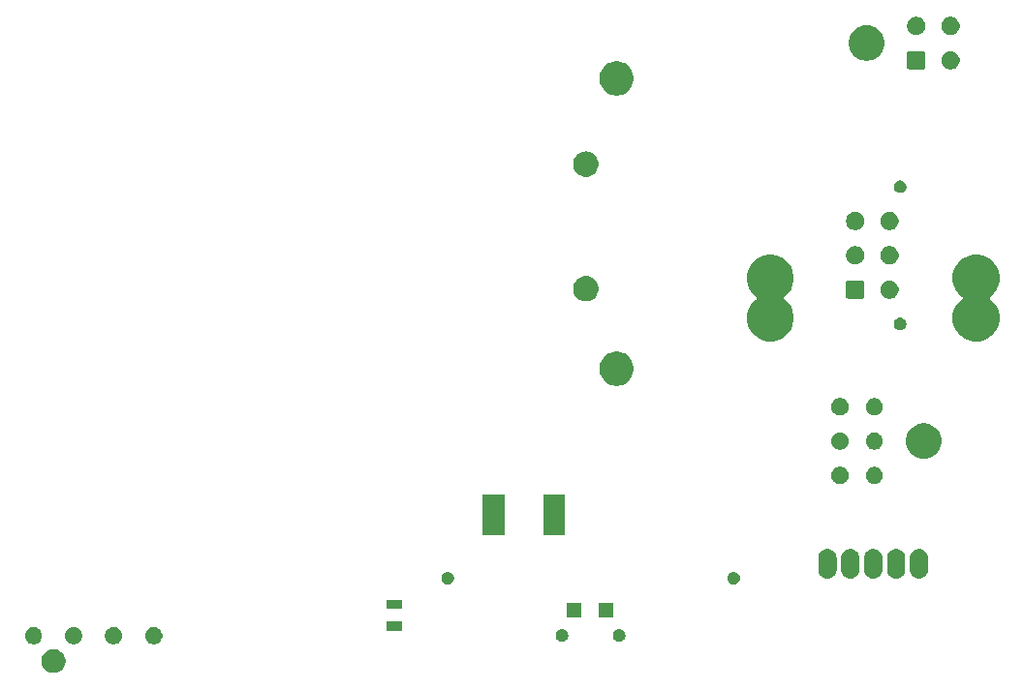
<source format=gts>
G04 #@! TF.GenerationSoftware,KiCad,Pcbnew,5.1.4-e60b266~84~ubuntu18.04.1*
G04 #@! TF.CreationDate,2020-01-06T17:57:10-05:00*
G04 #@! TF.ProjectId,AIR_MINUS,4149525f-4d49-44e5-9553-2e6b69636164,rev?*
G04 #@! TF.SameCoordinates,Original*
G04 #@! TF.FileFunction,Soldermask,Top*
G04 #@! TF.FilePolarity,Negative*
%FSLAX46Y46*%
G04 Gerber Fmt 4.6, Leading zero omitted, Abs format (unit mm)*
G04 Created by KiCad (PCBNEW 5.1.4-e60b266~84~ubuntu18.04.1) date 2020-01-06 17:57:10*
%MOMM*%
%LPD*%
G04 APERTURE LIST*
%ADD10C,0.100000*%
G04 APERTURE END LIST*
D10*
G36*
X68025393Y-177047324D02*
G01*
X68214933Y-177125834D01*
X68214935Y-177125835D01*
X68385517Y-177239814D01*
X68530586Y-177384883D01*
X68644566Y-177555467D01*
X68723076Y-177745007D01*
X68763100Y-177946220D01*
X68763100Y-178151380D01*
X68723076Y-178352593D01*
X68644566Y-178542133D01*
X68644565Y-178542135D01*
X68530586Y-178712717D01*
X68385517Y-178857786D01*
X68214935Y-178971765D01*
X68214934Y-178971766D01*
X68214933Y-178971766D01*
X68025393Y-179050276D01*
X67824180Y-179090300D01*
X67619020Y-179090300D01*
X67417807Y-179050276D01*
X67228267Y-178971766D01*
X67228266Y-178971766D01*
X67228265Y-178971765D01*
X67057683Y-178857786D01*
X66912614Y-178712717D01*
X66798635Y-178542135D01*
X66798634Y-178542133D01*
X66720124Y-178352593D01*
X66680100Y-178151380D01*
X66680100Y-177946220D01*
X66720124Y-177745007D01*
X66798634Y-177555467D01*
X66912614Y-177384883D01*
X67057683Y-177239814D01*
X67228265Y-177125835D01*
X67228267Y-177125834D01*
X67417807Y-177047324D01*
X67619020Y-177007300D01*
X67824180Y-177007300D01*
X68025393Y-177047324D01*
X68025393Y-177047324D01*
G37*
G36*
X76566025Y-175073399D02*
G01*
X76690221Y-175098102D01*
X76826622Y-175154601D01*
X76949379Y-175236625D01*
X77053775Y-175341021D01*
X77135799Y-175463778D01*
X77192298Y-175600179D01*
X77221100Y-175744981D01*
X77221100Y-175892619D01*
X77192298Y-176037421D01*
X77135799Y-176173822D01*
X77053775Y-176296579D01*
X76949379Y-176400975D01*
X76826622Y-176482999D01*
X76690221Y-176539498D01*
X76566025Y-176564201D01*
X76545420Y-176568300D01*
X76397780Y-176568300D01*
X76377175Y-176564201D01*
X76252979Y-176539498D01*
X76116578Y-176482999D01*
X75993821Y-176400975D01*
X75889425Y-176296579D01*
X75807401Y-176173822D01*
X75750902Y-176037421D01*
X75722100Y-175892619D01*
X75722100Y-175744981D01*
X75750902Y-175600179D01*
X75807401Y-175463778D01*
X75889425Y-175341021D01*
X75993821Y-175236625D01*
X76116578Y-175154601D01*
X76252979Y-175098102D01*
X76377175Y-175073399D01*
X76397780Y-175069300D01*
X76545420Y-175069300D01*
X76566025Y-175073399D01*
X76566025Y-175073399D01*
G37*
G36*
X69566025Y-175073399D02*
G01*
X69690221Y-175098102D01*
X69826622Y-175154601D01*
X69949379Y-175236625D01*
X70053775Y-175341021D01*
X70135799Y-175463778D01*
X70192298Y-175600179D01*
X70221100Y-175744981D01*
X70221100Y-175892619D01*
X70192298Y-176037421D01*
X70135799Y-176173822D01*
X70053775Y-176296579D01*
X69949379Y-176400975D01*
X69826622Y-176482999D01*
X69690221Y-176539498D01*
X69566025Y-176564201D01*
X69545420Y-176568300D01*
X69397780Y-176568300D01*
X69377175Y-176564201D01*
X69252979Y-176539498D01*
X69116578Y-176482999D01*
X68993821Y-176400975D01*
X68889425Y-176296579D01*
X68807401Y-176173822D01*
X68750902Y-176037421D01*
X68722100Y-175892619D01*
X68722100Y-175744981D01*
X68750902Y-175600179D01*
X68807401Y-175463778D01*
X68889425Y-175341021D01*
X68993821Y-175236625D01*
X69116578Y-175154601D01*
X69252979Y-175098102D01*
X69377175Y-175073399D01*
X69397780Y-175069300D01*
X69545420Y-175069300D01*
X69566025Y-175073399D01*
X69566025Y-175073399D01*
G37*
G36*
X73066025Y-175073399D02*
G01*
X73190221Y-175098102D01*
X73326622Y-175154601D01*
X73449379Y-175236625D01*
X73553775Y-175341021D01*
X73635799Y-175463778D01*
X73692298Y-175600179D01*
X73721100Y-175744981D01*
X73721100Y-175892619D01*
X73692298Y-176037421D01*
X73635799Y-176173822D01*
X73553775Y-176296579D01*
X73449379Y-176400975D01*
X73326622Y-176482999D01*
X73190221Y-176539498D01*
X73066025Y-176564201D01*
X73045420Y-176568300D01*
X72897780Y-176568300D01*
X72877175Y-176564201D01*
X72752979Y-176539498D01*
X72616578Y-176482999D01*
X72493821Y-176400975D01*
X72389425Y-176296579D01*
X72307401Y-176173822D01*
X72250902Y-176037421D01*
X72222100Y-175892619D01*
X72222100Y-175744981D01*
X72250902Y-175600179D01*
X72307401Y-175463778D01*
X72389425Y-175341021D01*
X72493821Y-175236625D01*
X72616578Y-175154601D01*
X72752979Y-175098102D01*
X72877175Y-175073399D01*
X72897780Y-175069300D01*
X73045420Y-175069300D01*
X73066025Y-175073399D01*
X73066025Y-175073399D01*
G37*
G36*
X66066025Y-175073399D02*
G01*
X66190221Y-175098102D01*
X66326622Y-175154601D01*
X66449379Y-175236625D01*
X66553775Y-175341021D01*
X66635799Y-175463778D01*
X66692298Y-175600179D01*
X66721100Y-175744981D01*
X66721100Y-175892619D01*
X66692298Y-176037421D01*
X66635799Y-176173822D01*
X66553775Y-176296579D01*
X66449379Y-176400975D01*
X66326622Y-176482999D01*
X66190221Y-176539498D01*
X66066025Y-176564201D01*
X66045420Y-176568300D01*
X65897780Y-176568300D01*
X65877175Y-176564201D01*
X65752979Y-176539498D01*
X65616578Y-176482999D01*
X65493821Y-176400975D01*
X65389425Y-176296579D01*
X65307401Y-176173822D01*
X65250902Y-176037421D01*
X65222100Y-175892619D01*
X65222100Y-175744981D01*
X65250902Y-175600179D01*
X65307401Y-175463778D01*
X65389425Y-175341021D01*
X65493821Y-175236625D01*
X65616578Y-175154601D01*
X65752979Y-175098102D01*
X65877175Y-175073399D01*
X65897780Y-175069300D01*
X66045420Y-175069300D01*
X66066025Y-175073399D01*
X66066025Y-175073399D01*
G37*
G36*
X117319521Y-175259774D02*
G01*
X117419795Y-175301309D01*
X117419796Y-175301310D01*
X117510042Y-175361610D01*
X117586790Y-175438358D01*
X117586791Y-175438360D01*
X117647091Y-175528605D01*
X117688626Y-175628879D01*
X117709800Y-175735330D01*
X117709800Y-175843870D01*
X117688626Y-175950321D01*
X117647091Y-176050595D01*
X117647090Y-176050596D01*
X117586790Y-176140842D01*
X117510042Y-176217590D01*
X117464612Y-176247945D01*
X117419795Y-176277891D01*
X117319521Y-176319426D01*
X117213070Y-176340600D01*
X117104530Y-176340600D01*
X116998079Y-176319426D01*
X116897805Y-176277891D01*
X116852988Y-176247945D01*
X116807558Y-176217590D01*
X116730810Y-176140842D01*
X116670510Y-176050596D01*
X116670509Y-176050595D01*
X116628974Y-175950321D01*
X116607800Y-175843870D01*
X116607800Y-175735330D01*
X116628974Y-175628879D01*
X116670509Y-175528605D01*
X116730809Y-175438360D01*
X116730810Y-175438358D01*
X116807558Y-175361610D01*
X116897804Y-175301310D01*
X116897805Y-175301309D01*
X116998079Y-175259774D01*
X117104530Y-175238600D01*
X117213070Y-175238600D01*
X117319521Y-175259774D01*
X117319521Y-175259774D01*
G37*
G36*
X112319521Y-175259774D02*
G01*
X112419795Y-175301309D01*
X112419796Y-175301310D01*
X112510042Y-175361610D01*
X112586790Y-175438358D01*
X112586791Y-175438360D01*
X112647091Y-175528605D01*
X112688626Y-175628879D01*
X112709800Y-175735330D01*
X112709800Y-175843870D01*
X112688626Y-175950321D01*
X112647091Y-176050595D01*
X112647090Y-176050596D01*
X112586790Y-176140842D01*
X112510042Y-176217590D01*
X112464612Y-176247945D01*
X112419795Y-176277891D01*
X112319521Y-176319426D01*
X112213070Y-176340600D01*
X112104530Y-176340600D01*
X111998079Y-176319426D01*
X111897805Y-176277891D01*
X111852988Y-176247945D01*
X111807558Y-176217590D01*
X111730810Y-176140842D01*
X111670510Y-176050596D01*
X111670509Y-176050595D01*
X111628974Y-175950321D01*
X111607800Y-175843870D01*
X111607800Y-175735330D01*
X111628974Y-175628879D01*
X111670509Y-175528605D01*
X111730809Y-175438360D01*
X111730810Y-175438358D01*
X111807558Y-175361610D01*
X111897804Y-175301310D01*
X111897805Y-175301309D01*
X111998079Y-175259774D01*
X112104530Y-175238600D01*
X112213070Y-175238600D01*
X112319521Y-175259774D01*
X112319521Y-175259774D01*
G37*
G36*
X98186200Y-175376600D02*
G01*
X96784200Y-175376600D01*
X96784200Y-174574600D01*
X98186200Y-174574600D01*
X98186200Y-175376600D01*
X98186200Y-175376600D01*
G37*
G36*
X116655800Y-174234600D02*
G01*
X115353800Y-174234600D01*
X115353800Y-172932600D01*
X116655800Y-172932600D01*
X116655800Y-174234600D01*
X116655800Y-174234600D01*
G37*
G36*
X113855800Y-174234600D02*
G01*
X112553800Y-174234600D01*
X112553800Y-172932600D01*
X113855800Y-172932600D01*
X113855800Y-174234600D01*
X113855800Y-174234600D01*
G37*
G36*
X98186200Y-173476600D02*
G01*
X96784200Y-173476600D01*
X96784200Y-172674600D01*
X98186200Y-172674600D01*
X98186200Y-173476600D01*
X98186200Y-173476600D01*
G37*
G36*
X102319521Y-170259774D02*
G01*
X102419795Y-170301309D01*
X102419796Y-170301310D01*
X102510042Y-170361610D01*
X102586790Y-170438358D01*
X102586791Y-170438360D01*
X102647091Y-170528605D01*
X102688626Y-170628879D01*
X102709800Y-170735330D01*
X102709800Y-170843870D01*
X102688626Y-170950321D01*
X102647091Y-171050595D01*
X102647090Y-171050596D01*
X102586790Y-171140842D01*
X102510042Y-171217590D01*
X102464612Y-171247945D01*
X102419795Y-171277891D01*
X102319521Y-171319426D01*
X102213070Y-171340600D01*
X102104530Y-171340600D01*
X101998079Y-171319426D01*
X101897805Y-171277891D01*
X101852988Y-171247945D01*
X101807558Y-171217590D01*
X101730810Y-171140842D01*
X101670510Y-171050596D01*
X101670509Y-171050595D01*
X101628974Y-170950321D01*
X101607800Y-170843870D01*
X101607800Y-170735330D01*
X101628974Y-170628879D01*
X101670509Y-170528605D01*
X101730809Y-170438360D01*
X101730810Y-170438358D01*
X101807558Y-170361610D01*
X101897804Y-170301310D01*
X101897805Y-170301309D01*
X101998079Y-170259774D01*
X102104530Y-170238600D01*
X102213070Y-170238600D01*
X102319521Y-170259774D01*
X102319521Y-170259774D01*
G37*
G36*
X127319521Y-170259774D02*
G01*
X127419795Y-170301309D01*
X127419796Y-170301310D01*
X127510042Y-170361610D01*
X127586790Y-170438358D01*
X127586791Y-170438360D01*
X127647091Y-170528605D01*
X127688626Y-170628879D01*
X127709800Y-170735330D01*
X127709800Y-170843870D01*
X127688626Y-170950321D01*
X127647091Y-171050595D01*
X127647090Y-171050596D01*
X127586790Y-171140842D01*
X127510042Y-171217590D01*
X127464612Y-171247945D01*
X127419795Y-171277891D01*
X127319521Y-171319426D01*
X127213070Y-171340600D01*
X127104530Y-171340600D01*
X126998079Y-171319426D01*
X126897805Y-171277891D01*
X126852988Y-171247945D01*
X126807558Y-171217590D01*
X126730810Y-171140842D01*
X126670510Y-171050596D01*
X126670509Y-171050595D01*
X126628974Y-170950321D01*
X126607800Y-170843870D01*
X126607800Y-170735330D01*
X126628974Y-170628879D01*
X126670509Y-170528605D01*
X126730809Y-170438360D01*
X126730810Y-170438358D01*
X126807558Y-170361610D01*
X126897804Y-170301310D01*
X126897805Y-170301309D01*
X126998079Y-170259774D01*
X127104530Y-170238600D01*
X127213070Y-170238600D01*
X127319521Y-170259774D01*
X127319521Y-170259774D01*
G37*
G36*
X143509823Y-168236590D02*
G01*
X143610482Y-168267125D01*
X143660813Y-168282392D01*
X143799965Y-168356771D01*
X143921933Y-168456867D01*
X144022029Y-168578835D01*
X144096408Y-168717987D01*
X144096408Y-168717988D01*
X144142210Y-168868977D01*
X144153800Y-168986655D01*
X144153800Y-170065345D01*
X144142210Y-170183023D01*
X144111675Y-170283682D01*
X144096408Y-170334013D01*
X144081657Y-170361609D01*
X144022029Y-170473165D01*
X143921933Y-170595133D01*
X143799964Y-170695229D01*
X143660812Y-170769608D01*
X143610481Y-170784875D01*
X143509822Y-170815410D01*
X143352800Y-170830875D01*
X143195777Y-170815410D01*
X143095118Y-170784875D01*
X143044787Y-170769608D01*
X142905635Y-170695229D01*
X142783667Y-170595133D01*
X142683571Y-170473164D01*
X142609193Y-170334013D01*
X142609192Y-170334012D01*
X142586673Y-170259775D01*
X142563390Y-170183022D01*
X142551800Y-170065344D01*
X142551801Y-168986655D01*
X142563391Y-168868977D01*
X142609193Y-168717988D01*
X142609193Y-168717987D01*
X142683572Y-168578835D01*
X142783668Y-168456867D01*
X142905636Y-168356771D01*
X143044788Y-168282392D01*
X143095119Y-168267125D01*
X143195778Y-168236590D01*
X143352800Y-168221125D01*
X143509823Y-168236590D01*
X143509823Y-168236590D01*
G37*
G36*
X135509823Y-168236590D02*
G01*
X135610482Y-168267125D01*
X135660813Y-168282392D01*
X135799965Y-168356771D01*
X135921933Y-168456867D01*
X136022029Y-168578835D01*
X136096408Y-168717987D01*
X136096408Y-168717988D01*
X136142210Y-168868977D01*
X136153800Y-168986655D01*
X136153800Y-170065345D01*
X136142210Y-170183023D01*
X136111675Y-170283682D01*
X136096408Y-170334013D01*
X136081657Y-170361609D01*
X136022029Y-170473165D01*
X135921933Y-170595133D01*
X135799964Y-170695229D01*
X135660812Y-170769608D01*
X135610481Y-170784875D01*
X135509822Y-170815410D01*
X135352800Y-170830875D01*
X135195777Y-170815410D01*
X135095118Y-170784875D01*
X135044787Y-170769608D01*
X134905635Y-170695229D01*
X134783667Y-170595133D01*
X134683571Y-170473164D01*
X134609193Y-170334013D01*
X134609192Y-170334012D01*
X134586673Y-170259775D01*
X134563390Y-170183022D01*
X134551800Y-170065344D01*
X134551801Y-168986655D01*
X134563391Y-168868977D01*
X134609193Y-168717988D01*
X134609193Y-168717987D01*
X134683572Y-168578835D01*
X134783668Y-168456867D01*
X134905636Y-168356771D01*
X135044788Y-168282392D01*
X135095119Y-168267125D01*
X135195778Y-168236590D01*
X135352800Y-168221125D01*
X135509823Y-168236590D01*
X135509823Y-168236590D01*
G37*
G36*
X137509823Y-168236590D02*
G01*
X137610482Y-168267125D01*
X137660813Y-168282392D01*
X137799965Y-168356771D01*
X137921933Y-168456867D01*
X138022029Y-168578835D01*
X138096408Y-168717987D01*
X138096408Y-168717988D01*
X138142210Y-168868977D01*
X138153800Y-168986655D01*
X138153800Y-170065345D01*
X138142210Y-170183023D01*
X138111675Y-170283682D01*
X138096408Y-170334013D01*
X138081657Y-170361609D01*
X138022029Y-170473165D01*
X137921933Y-170595133D01*
X137799964Y-170695229D01*
X137660812Y-170769608D01*
X137610481Y-170784875D01*
X137509822Y-170815410D01*
X137352800Y-170830875D01*
X137195777Y-170815410D01*
X137095118Y-170784875D01*
X137044787Y-170769608D01*
X136905635Y-170695229D01*
X136783667Y-170595133D01*
X136683571Y-170473164D01*
X136609193Y-170334013D01*
X136609192Y-170334012D01*
X136586673Y-170259775D01*
X136563390Y-170183022D01*
X136551800Y-170065344D01*
X136551801Y-168986655D01*
X136563391Y-168868977D01*
X136609193Y-168717988D01*
X136609193Y-168717987D01*
X136683572Y-168578835D01*
X136783668Y-168456867D01*
X136905636Y-168356771D01*
X137044788Y-168282392D01*
X137095119Y-168267125D01*
X137195778Y-168236590D01*
X137352800Y-168221125D01*
X137509823Y-168236590D01*
X137509823Y-168236590D01*
G37*
G36*
X139509823Y-168236590D02*
G01*
X139610482Y-168267125D01*
X139660813Y-168282392D01*
X139799965Y-168356771D01*
X139921933Y-168456867D01*
X140022029Y-168578835D01*
X140096408Y-168717987D01*
X140096408Y-168717988D01*
X140142210Y-168868977D01*
X140153800Y-168986655D01*
X140153800Y-170065345D01*
X140142210Y-170183023D01*
X140111675Y-170283682D01*
X140096408Y-170334013D01*
X140081657Y-170361609D01*
X140022029Y-170473165D01*
X139921933Y-170595133D01*
X139799964Y-170695229D01*
X139660812Y-170769608D01*
X139610481Y-170784875D01*
X139509822Y-170815410D01*
X139352800Y-170830875D01*
X139195777Y-170815410D01*
X139095118Y-170784875D01*
X139044787Y-170769608D01*
X138905635Y-170695229D01*
X138783667Y-170595133D01*
X138683571Y-170473164D01*
X138609193Y-170334013D01*
X138609192Y-170334012D01*
X138586673Y-170259775D01*
X138563390Y-170183022D01*
X138551800Y-170065344D01*
X138551801Y-168986655D01*
X138563391Y-168868977D01*
X138609193Y-168717988D01*
X138609193Y-168717987D01*
X138683572Y-168578835D01*
X138783668Y-168456867D01*
X138905636Y-168356771D01*
X139044788Y-168282392D01*
X139095119Y-168267125D01*
X139195778Y-168236590D01*
X139352800Y-168221125D01*
X139509823Y-168236590D01*
X139509823Y-168236590D01*
G37*
G36*
X141509823Y-168236590D02*
G01*
X141610482Y-168267125D01*
X141660813Y-168282392D01*
X141799965Y-168356771D01*
X141921933Y-168456867D01*
X142022029Y-168578835D01*
X142096408Y-168717987D01*
X142096408Y-168717988D01*
X142142210Y-168868977D01*
X142153800Y-168986655D01*
X142153800Y-170065345D01*
X142142210Y-170183023D01*
X142111675Y-170283682D01*
X142096408Y-170334013D01*
X142081657Y-170361609D01*
X142022029Y-170473165D01*
X141921933Y-170595133D01*
X141799964Y-170695229D01*
X141660812Y-170769608D01*
X141610481Y-170784875D01*
X141509822Y-170815410D01*
X141352800Y-170830875D01*
X141195777Y-170815410D01*
X141095118Y-170784875D01*
X141044787Y-170769608D01*
X140905635Y-170695229D01*
X140783667Y-170595133D01*
X140683571Y-170473164D01*
X140609193Y-170334013D01*
X140609192Y-170334012D01*
X140586673Y-170259775D01*
X140563390Y-170183022D01*
X140551800Y-170065344D01*
X140551801Y-168986655D01*
X140563391Y-168868977D01*
X140609193Y-168717988D01*
X140609193Y-168717987D01*
X140683572Y-168578835D01*
X140783668Y-168456867D01*
X140905636Y-168356771D01*
X141044788Y-168282392D01*
X141095119Y-168267125D01*
X141195778Y-168236590D01*
X141352800Y-168221125D01*
X141509823Y-168236590D01*
X141509823Y-168236590D01*
G37*
G36*
X107113000Y-167053400D02*
G01*
X105231000Y-167053400D01*
X105231000Y-163451400D01*
X107113000Y-163451400D01*
X107113000Y-167053400D01*
X107113000Y-167053400D01*
G37*
G36*
X112393000Y-167053400D02*
G01*
X110511000Y-167053400D01*
X110511000Y-163451400D01*
X112393000Y-163451400D01*
X112393000Y-167053400D01*
X112393000Y-167053400D01*
G37*
G36*
X139663059Y-161078660D02*
G01*
X139799732Y-161135272D01*
X139922735Y-161217460D01*
X140027340Y-161322065D01*
X140109528Y-161445068D01*
X140166140Y-161581741D01*
X140195000Y-161726833D01*
X140195000Y-161874767D01*
X140166140Y-162019859D01*
X140109528Y-162156532D01*
X140027340Y-162279535D01*
X139922735Y-162384140D01*
X139799732Y-162466328D01*
X139799731Y-162466329D01*
X139799730Y-162466329D01*
X139663059Y-162522940D01*
X139517968Y-162551800D01*
X139370032Y-162551800D01*
X139224941Y-162522940D01*
X139088270Y-162466329D01*
X139088269Y-162466329D01*
X139088268Y-162466328D01*
X138965265Y-162384140D01*
X138860660Y-162279535D01*
X138778472Y-162156532D01*
X138721860Y-162019859D01*
X138693000Y-161874767D01*
X138693000Y-161726833D01*
X138721860Y-161581741D01*
X138778472Y-161445068D01*
X138860660Y-161322065D01*
X138965265Y-161217460D01*
X139088268Y-161135272D01*
X139224941Y-161078660D01*
X139370032Y-161049800D01*
X139517968Y-161049800D01*
X139663059Y-161078660D01*
X139663059Y-161078660D01*
G37*
G36*
X136663059Y-161078660D02*
G01*
X136799732Y-161135272D01*
X136922735Y-161217460D01*
X137027340Y-161322065D01*
X137109528Y-161445068D01*
X137166140Y-161581741D01*
X137195000Y-161726833D01*
X137195000Y-161874767D01*
X137166140Y-162019859D01*
X137109528Y-162156532D01*
X137027340Y-162279535D01*
X136922735Y-162384140D01*
X136799732Y-162466328D01*
X136799731Y-162466329D01*
X136799730Y-162466329D01*
X136663059Y-162522940D01*
X136517968Y-162551800D01*
X136370032Y-162551800D01*
X136224941Y-162522940D01*
X136088270Y-162466329D01*
X136088269Y-162466329D01*
X136088268Y-162466328D01*
X135965265Y-162384140D01*
X135860660Y-162279535D01*
X135778472Y-162156532D01*
X135721860Y-162019859D01*
X135693000Y-161874767D01*
X135693000Y-161726833D01*
X135721860Y-161581741D01*
X135778472Y-161445068D01*
X135860660Y-161322065D01*
X135965265Y-161217460D01*
X136088268Y-161135272D01*
X136224941Y-161078660D01*
X136370032Y-161049800D01*
X136517968Y-161049800D01*
X136663059Y-161078660D01*
X136663059Y-161078660D01*
G37*
G36*
X144066585Y-157279602D02*
G01*
X144216410Y-157309404D01*
X144498674Y-157426321D01*
X144752705Y-157596059D01*
X144968741Y-157812095D01*
X145138479Y-158066126D01*
X145255396Y-158348390D01*
X145315000Y-158648040D01*
X145315000Y-158953560D01*
X145255396Y-159253210D01*
X145138479Y-159535474D01*
X144968741Y-159789505D01*
X144752705Y-160005541D01*
X144498674Y-160175279D01*
X144216410Y-160292196D01*
X144066585Y-160321998D01*
X143916761Y-160351800D01*
X143611239Y-160351800D01*
X143461415Y-160321998D01*
X143311590Y-160292196D01*
X143029326Y-160175279D01*
X142775295Y-160005541D01*
X142559259Y-159789505D01*
X142389521Y-159535474D01*
X142272604Y-159253210D01*
X142213000Y-158953560D01*
X142213000Y-158648040D01*
X142272604Y-158348390D01*
X142389521Y-158066126D01*
X142559259Y-157812095D01*
X142775295Y-157596059D01*
X143029326Y-157426321D01*
X143311590Y-157309404D01*
X143461415Y-157279602D01*
X143611239Y-157249800D01*
X143916761Y-157249800D01*
X144066585Y-157279602D01*
X144066585Y-157279602D01*
G37*
G36*
X139663059Y-158078660D02*
G01*
X139799732Y-158135272D01*
X139922735Y-158217460D01*
X140027340Y-158322065D01*
X140044930Y-158348391D01*
X140109529Y-158445070D01*
X140166140Y-158581741D01*
X140195000Y-158726832D01*
X140195000Y-158874768D01*
X140179327Y-158953561D01*
X140166140Y-159019859D01*
X140109528Y-159156532D01*
X140027340Y-159279535D01*
X139922735Y-159384140D01*
X139799732Y-159466328D01*
X139799731Y-159466329D01*
X139799730Y-159466329D01*
X139663059Y-159522940D01*
X139517968Y-159551800D01*
X139370032Y-159551800D01*
X139224941Y-159522940D01*
X139088270Y-159466329D01*
X139088269Y-159466329D01*
X139088268Y-159466328D01*
X138965265Y-159384140D01*
X138860660Y-159279535D01*
X138778472Y-159156532D01*
X138721860Y-159019859D01*
X138708673Y-158953561D01*
X138693000Y-158874768D01*
X138693000Y-158726832D01*
X138721860Y-158581741D01*
X138778471Y-158445070D01*
X138843070Y-158348391D01*
X138860660Y-158322065D01*
X138965265Y-158217460D01*
X139088268Y-158135272D01*
X139224941Y-158078660D01*
X139370032Y-158049800D01*
X139517968Y-158049800D01*
X139663059Y-158078660D01*
X139663059Y-158078660D01*
G37*
G36*
X136663059Y-158078660D02*
G01*
X136799732Y-158135272D01*
X136922735Y-158217460D01*
X137027340Y-158322065D01*
X137044930Y-158348391D01*
X137109529Y-158445070D01*
X137166140Y-158581741D01*
X137195000Y-158726832D01*
X137195000Y-158874768D01*
X137179327Y-158953561D01*
X137166140Y-159019859D01*
X137109528Y-159156532D01*
X137027340Y-159279535D01*
X136922735Y-159384140D01*
X136799732Y-159466328D01*
X136799731Y-159466329D01*
X136799730Y-159466329D01*
X136663059Y-159522940D01*
X136517968Y-159551800D01*
X136370032Y-159551800D01*
X136224941Y-159522940D01*
X136088270Y-159466329D01*
X136088269Y-159466329D01*
X136088268Y-159466328D01*
X135965265Y-159384140D01*
X135860660Y-159279535D01*
X135778472Y-159156532D01*
X135721860Y-159019859D01*
X135708673Y-158953561D01*
X135693000Y-158874768D01*
X135693000Y-158726832D01*
X135721860Y-158581741D01*
X135778471Y-158445070D01*
X135843070Y-158348391D01*
X135860660Y-158322065D01*
X135965265Y-158217460D01*
X136088268Y-158135272D01*
X136224941Y-158078660D01*
X136370032Y-158049800D01*
X136517968Y-158049800D01*
X136663059Y-158078660D01*
X136663059Y-158078660D01*
G37*
G36*
X139663059Y-155078660D02*
G01*
X139799732Y-155135272D01*
X139922735Y-155217460D01*
X140027340Y-155322065D01*
X140109528Y-155445068D01*
X140166140Y-155581741D01*
X140195000Y-155726833D01*
X140195000Y-155874767D01*
X140166140Y-156019859D01*
X140109528Y-156156532D01*
X140027340Y-156279535D01*
X139922735Y-156384140D01*
X139799732Y-156466328D01*
X139799731Y-156466329D01*
X139799730Y-156466329D01*
X139663059Y-156522940D01*
X139517968Y-156551800D01*
X139370032Y-156551800D01*
X139224941Y-156522940D01*
X139088270Y-156466329D01*
X139088269Y-156466329D01*
X139088268Y-156466328D01*
X138965265Y-156384140D01*
X138860660Y-156279535D01*
X138778472Y-156156532D01*
X138721860Y-156019859D01*
X138693000Y-155874767D01*
X138693000Y-155726833D01*
X138721860Y-155581741D01*
X138778472Y-155445068D01*
X138860660Y-155322065D01*
X138965265Y-155217460D01*
X139088268Y-155135272D01*
X139224941Y-155078660D01*
X139370032Y-155049800D01*
X139517968Y-155049800D01*
X139663059Y-155078660D01*
X139663059Y-155078660D01*
G37*
G36*
X136663059Y-155078660D02*
G01*
X136799732Y-155135272D01*
X136922735Y-155217460D01*
X137027340Y-155322065D01*
X137109528Y-155445068D01*
X137166140Y-155581741D01*
X137195000Y-155726833D01*
X137195000Y-155874767D01*
X137166140Y-156019859D01*
X137109528Y-156156532D01*
X137027340Y-156279535D01*
X136922735Y-156384140D01*
X136799732Y-156466328D01*
X136799731Y-156466329D01*
X136799730Y-156466329D01*
X136663059Y-156522940D01*
X136517968Y-156551800D01*
X136370032Y-156551800D01*
X136224941Y-156522940D01*
X136088270Y-156466329D01*
X136088269Y-156466329D01*
X136088268Y-156466328D01*
X135965265Y-156384140D01*
X135860660Y-156279535D01*
X135778472Y-156156532D01*
X135721860Y-156019859D01*
X135693000Y-155874767D01*
X135693000Y-155726833D01*
X135721860Y-155581741D01*
X135778472Y-155445068D01*
X135860660Y-155322065D01*
X135965265Y-155217460D01*
X136088268Y-155135272D01*
X136224941Y-155078660D01*
X136370032Y-155049800D01*
X136517968Y-155049800D01*
X136663059Y-155078660D01*
X136663059Y-155078660D01*
G37*
G36*
X117212031Y-151004041D02*
G01*
X117357026Y-151032882D01*
X117470174Y-151079750D01*
X117630189Y-151146030D01*
X117630190Y-151146031D01*
X117876032Y-151310297D01*
X118085103Y-151519368D01*
X118085104Y-151519370D01*
X118249370Y-151765211D01*
X118362518Y-152038375D01*
X118420200Y-152328363D01*
X118420200Y-152624037D01*
X118362518Y-152914025D01*
X118249370Y-153187189D01*
X118249369Y-153187190D01*
X118085103Y-153433032D01*
X117876032Y-153642103D01*
X117752276Y-153724794D01*
X117630189Y-153806370D01*
X117470174Y-153872650D01*
X117357026Y-153919518D01*
X117212031Y-153948359D01*
X117067037Y-153977200D01*
X116771363Y-153977200D01*
X116626369Y-153948359D01*
X116481374Y-153919518D01*
X116368226Y-153872650D01*
X116208211Y-153806370D01*
X116086124Y-153724794D01*
X115962368Y-153642103D01*
X115753297Y-153433032D01*
X115589031Y-153187190D01*
X115589030Y-153187189D01*
X115475882Y-152914025D01*
X115418200Y-152624037D01*
X115418200Y-152328363D01*
X115475882Y-152038375D01*
X115589030Y-151765211D01*
X115753296Y-151519370D01*
X115753297Y-151519368D01*
X115962368Y-151310297D01*
X116208210Y-151146031D01*
X116208211Y-151146030D01*
X116368226Y-151079750D01*
X116481374Y-151032882D01*
X116626369Y-151004041D01*
X116771363Y-150975200D01*
X117067037Y-150975200D01*
X117212031Y-151004041D01*
X117212031Y-151004041D01*
G37*
G36*
X148951054Y-142553818D02*
G01*
X149112987Y-142620893D01*
X149324313Y-142708427D01*
X149643070Y-142921414D01*
X149660236Y-142932884D01*
X149945916Y-143218564D01*
X150170374Y-143554489D01*
X150324982Y-143927746D01*
X150403800Y-144323993D01*
X150403800Y-144728007D01*
X150324982Y-145124254D01*
X150184624Y-145463108D01*
X150170373Y-145497513D01*
X150087933Y-145620893D01*
X149945916Y-145833436D01*
X149660234Y-146119118D01*
X149580990Y-146172067D01*
X149562048Y-146187612D01*
X149546502Y-146206554D01*
X149534951Y-146228165D01*
X149527838Y-146251614D01*
X149525436Y-146276000D01*
X149527838Y-146300386D01*
X149534951Y-146323835D01*
X149546502Y-146345445D01*
X149562047Y-146364387D01*
X149580990Y-146379933D01*
X149660234Y-146432882D01*
X149945916Y-146718564D01*
X150170374Y-147054489D01*
X150324982Y-147427746D01*
X150403800Y-147823993D01*
X150403800Y-148228007D01*
X150324982Y-148624254D01*
X150181773Y-148969991D01*
X150170373Y-148997513D01*
X149945916Y-149333436D01*
X149660236Y-149619116D01*
X149324313Y-149843573D01*
X149324312Y-149843574D01*
X149324311Y-149843574D01*
X148951054Y-149998182D01*
X148554807Y-150077000D01*
X148150793Y-150077000D01*
X147754546Y-149998182D01*
X147381289Y-149843574D01*
X147381288Y-149843574D01*
X147381287Y-149843573D01*
X147045364Y-149619116D01*
X146759684Y-149333436D01*
X146535227Y-148997513D01*
X146523827Y-148969991D01*
X146380618Y-148624254D01*
X146301800Y-148228007D01*
X146301800Y-147823993D01*
X146380618Y-147427746D01*
X146535226Y-147054489D01*
X146759684Y-146718564D01*
X147045366Y-146432882D01*
X147124610Y-146379933D01*
X147143552Y-146364388D01*
X147159098Y-146345446D01*
X147170649Y-146323835D01*
X147177762Y-146300386D01*
X147180164Y-146276000D01*
X147177762Y-146251614D01*
X147170649Y-146228165D01*
X147159098Y-146206555D01*
X147143553Y-146187613D01*
X147124610Y-146172067D01*
X147045366Y-146119118D01*
X146759684Y-145833436D01*
X146617667Y-145620893D01*
X146535227Y-145497513D01*
X146520976Y-145463108D01*
X146380618Y-145124254D01*
X146301800Y-144728007D01*
X146301800Y-144323993D01*
X146380618Y-143927746D01*
X146535226Y-143554489D01*
X146759684Y-143218564D01*
X147045364Y-142932884D01*
X147062530Y-142921414D01*
X147381287Y-142708427D01*
X147592613Y-142620893D01*
X147754546Y-142553818D01*
X148150793Y-142475000D01*
X148554807Y-142475000D01*
X148951054Y-142553818D01*
X148951054Y-142553818D01*
G37*
G36*
X130951054Y-142553818D02*
G01*
X131112987Y-142620893D01*
X131324313Y-142708427D01*
X131643070Y-142921414D01*
X131660236Y-142932884D01*
X131945916Y-143218564D01*
X132170374Y-143554489D01*
X132324982Y-143927746D01*
X132403800Y-144323993D01*
X132403800Y-144728007D01*
X132324982Y-145124254D01*
X132184624Y-145463108D01*
X132170373Y-145497513D01*
X132087933Y-145620893D01*
X131945916Y-145833436D01*
X131660234Y-146119118D01*
X131580990Y-146172067D01*
X131562048Y-146187612D01*
X131546502Y-146206554D01*
X131534951Y-146228165D01*
X131527838Y-146251614D01*
X131525436Y-146276000D01*
X131527838Y-146300386D01*
X131534951Y-146323835D01*
X131546502Y-146345445D01*
X131562047Y-146364387D01*
X131580990Y-146379933D01*
X131660234Y-146432882D01*
X131945916Y-146718564D01*
X132170374Y-147054489D01*
X132324982Y-147427746D01*
X132403800Y-147823993D01*
X132403800Y-148228007D01*
X132324982Y-148624254D01*
X132181773Y-148969991D01*
X132170373Y-148997513D01*
X131945916Y-149333436D01*
X131660236Y-149619116D01*
X131324313Y-149843573D01*
X131324312Y-149843574D01*
X131324311Y-149843574D01*
X130951054Y-149998182D01*
X130554807Y-150077000D01*
X130150793Y-150077000D01*
X129754546Y-149998182D01*
X129381289Y-149843574D01*
X129381288Y-149843574D01*
X129381287Y-149843573D01*
X129045364Y-149619116D01*
X128759684Y-149333436D01*
X128535227Y-148997513D01*
X128523827Y-148969991D01*
X128380618Y-148624254D01*
X128301800Y-148228007D01*
X128301800Y-147823993D01*
X128380618Y-147427746D01*
X128535226Y-147054489D01*
X128759684Y-146718564D01*
X129045366Y-146432882D01*
X129124610Y-146379933D01*
X129143552Y-146364388D01*
X129159098Y-146345446D01*
X129170649Y-146323835D01*
X129177762Y-146300386D01*
X129180164Y-146276000D01*
X129177762Y-146251614D01*
X129170649Y-146228165D01*
X129159098Y-146206555D01*
X129143553Y-146187613D01*
X129124610Y-146172067D01*
X129045366Y-146119118D01*
X128759684Y-145833436D01*
X128617667Y-145620893D01*
X128535227Y-145497513D01*
X128520976Y-145463108D01*
X128380618Y-145124254D01*
X128301800Y-144728007D01*
X128301800Y-144323993D01*
X128380618Y-143927746D01*
X128535226Y-143554489D01*
X128759684Y-143218564D01*
X129045364Y-142932884D01*
X129062530Y-142921414D01*
X129381287Y-142708427D01*
X129592613Y-142620893D01*
X129754546Y-142553818D01*
X130150793Y-142475000D01*
X130554807Y-142475000D01*
X130951054Y-142553818D01*
X130951054Y-142553818D01*
G37*
G36*
X141870321Y-148012174D02*
G01*
X141970595Y-148053709D01*
X141970596Y-148053710D01*
X142060842Y-148114010D01*
X142137590Y-148190758D01*
X142137591Y-148190760D01*
X142197891Y-148281005D01*
X142239426Y-148381279D01*
X142260600Y-148487730D01*
X142260600Y-148596270D01*
X142239426Y-148702721D01*
X142197891Y-148802995D01*
X142197890Y-148802996D01*
X142137590Y-148893242D01*
X142060842Y-148969990D01*
X142019654Y-148997511D01*
X141970595Y-149030291D01*
X141870321Y-149071826D01*
X141763870Y-149093000D01*
X141655330Y-149093000D01*
X141548879Y-149071826D01*
X141448605Y-149030291D01*
X141399546Y-148997511D01*
X141358358Y-148969990D01*
X141281610Y-148893242D01*
X141221310Y-148802996D01*
X141221309Y-148802995D01*
X141179774Y-148702721D01*
X141158600Y-148596270D01*
X141158600Y-148487730D01*
X141179774Y-148381279D01*
X141221309Y-148281005D01*
X141281609Y-148190760D01*
X141281610Y-148190758D01*
X141358358Y-148114010D01*
X141448604Y-148053710D01*
X141448605Y-148053709D01*
X141548879Y-148012174D01*
X141655330Y-147991000D01*
X141763870Y-147991000D01*
X141870321Y-148012174D01*
X141870321Y-148012174D01*
G37*
G36*
X114430172Y-144372432D02*
G01*
X114573267Y-144400895D01*
X114775456Y-144484644D01*
X114957421Y-144606230D01*
X115112170Y-144760979D01*
X115233756Y-144942944D01*
X115317505Y-145145133D01*
X115360200Y-145359776D01*
X115360200Y-145578624D01*
X115317505Y-145793267D01*
X115233756Y-145995456D01*
X115112170Y-146177421D01*
X114957421Y-146332170D01*
X114775456Y-146453756D01*
X114573267Y-146537505D01*
X114430172Y-146565968D01*
X114358625Y-146580200D01*
X114139775Y-146580200D01*
X114068228Y-146565968D01*
X113925133Y-146537505D01*
X113722944Y-146453756D01*
X113540979Y-146332170D01*
X113386230Y-146177421D01*
X113264644Y-145995456D01*
X113180895Y-145793267D01*
X113138200Y-145578624D01*
X113138200Y-145359776D01*
X113180895Y-145145133D01*
X113264644Y-144942944D01*
X113386230Y-144760979D01*
X113540979Y-144606230D01*
X113722944Y-144484644D01*
X113925133Y-144400895D01*
X114068228Y-144372432D01*
X114139775Y-144358200D01*
X114358625Y-144358200D01*
X114430172Y-144372432D01*
X114430172Y-144372432D01*
G37*
G36*
X141003242Y-144771781D02*
G01*
X141126808Y-144822964D01*
X141149016Y-144832163D01*
X141280208Y-144919822D01*
X141391778Y-145031392D01*
X141467778Y-145145135D01*
X141479438Y-145162586D01*
X141539819Y-145308358D01*
X141570600Y-145463107D01*
X141570600Y-145620893D01*
X141539819Y-145775642D01*
X141479438Y-145921414D01*
X141479437Y-145921416D01*
X141391778Y-146052608D01*
X141280208Y-146164178D01*
X141149016Y-146251837D01*
X141149015Y-146251838D01*
X141149014Y-146251838D01*
X141003242Y-146312219D01*
X140848493Y-146343000D01*
X140690707Y-146343000D01*
X140535958Y-146312219D01*
X140390186Y-146251838D01*
X140390185Y-146251838D01*
X140390184Y-146251837D01*
X140258992Y-146164178D01*
X140147422Y-146052608D01*
X140059763Y-145921416D01*
X140059762Y-145921414D01*
X139999381Y-145775642D01*
X139968600Y-145620893D01*
X139968600Y-145463107D01*
X139999381Y-145308358D01*
X140059762Y-145162586D01*
X140071422Y-145145135D01*
X140147422Y-145031392D01*
X140258992Y-144919822D01*
X140390184Y-144832163D01*
X140412392Y-144822964D01*
X140535958Y-144771781D01*
X140690707Y-144741000D01*
X140848493Y-144741000D01*
X141003242Y-144771781D01*
X141003242Y-144771781D01*
G37*
G36*
X138422648Y-144745122D02*
G01*
X138456987Y-144755539D01*
X138488636Y-144772456D01*
X138516378Y-144795222D01*
X138539144Y-144822964D01*
X138556061Y-144854613D01*
X138566478Y-144888952D01*
X138570600Y-144930807D01*
X138570600Y-146153193D01*
X138566478Y-146195048D01*
X138556061Y-146229387D01*
X138539144Y-146261036D01*
X138516378Y-146288778D01*
X138488636Y-146311544D01*
X138456987Y-146328461D01*
X138422648Y-146338878D01*
X138380793Y-146343000D01*
X137158407Y-146343000D01*
X137116552Y-146338878D01*
X137082213Y-146328461D01*
X137050564Y-146311544D01*
X137022822Y-146288778D01*
X137000056Y-146261036D01*
X136983139Y-146229387D01*
X136972722Y-146195048D01*
X136968600Y-146153193D01*
X136968600Y-144930807D01*
X136972722Y-144888952D01*
X136983139Y-144854613D01*
X137000056Y-144822964D01*
X137022822Y-144795222D01*
X137050564Y-144772456D01*
X137082213Y-144755539D01*
X137116552Y-144745122D01*
X137158407Y-144741000D01*
X138380793Y-144741000D01*
X138422648Y-144745122D01*
X138422648Y-144745122D01*
G37*
G36*
X141003242Y-141771781D02*
G01*
X141149014Y-141832162D01*
X141149016Y-141832163D01*
X141280208Y-141919822D01*
X141391778Y-142031392D01*
X141479437Y-142162584D01*
X141479438Y-142162586D01*
X141539819Y-142308358D01*
X141570600Y-142463107D01*
X141570600Y-142620893D01*
X141539819Y-142775642D01*
X141479438Y-142921414D01*
X141479437Y-142921416D01*
X141391778Y-143052608D01*
X141280208Y-143164178D01*
X141149016Y-143251837D01*
X141149015Y-143251838D01*
X141149014Y-143251838D01*
X141003242Y-143312219D01*
X140848493Y-143343000D01*
X140690707Y-143343000D01*
X140535958Y-143312219D01*
X140390186Y-143251838D01*
X140390185Y-143251838D01*
X140390184Y-143251837D01*
X140258992Y-143164178D01*
X140147422Y-143052608D01*
X140059763Y-142921416D01*
X140059762Y-142921414D01*
X139999381Y-142775642D01*
X139968600Y-142620893D01*
X139968600Y-142463107D01*
X139999381Y-142308358D01*
X140059762Y-142162586D01*
X140059763Y-142162584D01*
X140147422Y-142031392D01*
X140258992Y-141919822D01*
X140390184Y-141832163D01*
X140390186Y-141832162D01*
X140535958Y-141771781D01*
X140690707Y-141741000D01*
X140848493Y-141741000D01*
X141003242Y-141771781D01*
X141003242Y-141771781D01*
G37*
G36*
X138003242Y-141771781D02*
G01*
X138149014Y-141832162D01*
X138149016Y-141832163D01*
X138280208Y-141919822D01*
X138391778Y-142031392D01*
X138479437Y-142162584D01*
X138479438Y-142162586D01*
X138539819Y-142308358D01*
X138570600Y-142463107D01*
X138570600Y-142620893D01*
X138539819Y-142775642D01*
X138479438Y-142921414D01*
X138479437Y-142921416D01*
X138391778Y-143052608D01*
X138280208Y-143164178D01*
X138149016Y-143251837D01*
X138149015Y-143251838D01*
X138149014Y-143251838D01*
X138003242Y-143312219D01*
X137848493Y-143343000D01*
X137690707Y-143343000D01*
X137535958Y-143312219D01*
X137390186Y-143251838D01*
X137390185Y-143251838D01*
X137390184Y-143251837D01*
X137258992Y-143164178D01*
X137147422Y-143052608D01*
X137059763Y-142921416D01*
X137059762Y-142921414D01*
X136999381Y-142775642D01*
X136968600Y-142620893D01*
X136968600Y-142463107D01*
X136999381Y-142308358D01*
X137059762Y-142162586D01*
X137059763Y-142162584D01*
X137147422Y-142031392D01*
X137258992Y-141919822D01*
X137390184Y-141832163D01*
X137390186Y-141832162D01*
X137535958Y-141771781D01*
X137690707Y-141741000D01*
X137848493Y-141741000D01*
X138003242Y-141771781D01*
X138003242Y-141771781D01*
G37*
G36*
X141003242Y-138771781D02*
G01*
X141149014Y-138832162D01*
X141149016Y-138832163D01*
X141280208Y-138919822D01*
X141391778Y-139031392D01*
X141479437Y-139162584D01*
X141479438Y-139162586D01*
X141539819Y-139308358D01*
X141570600Y-139463107D01*
X141570600Y-139620893D01*
X141539819Y-139775642D01*
X141479438Y-139921414D01*
X141479437Y-139921416D01*
X141391778Y-140052608D01*
X141280208Y-140164178D01*
X141149016Y-140251837D01*
X141149015Y-140251838D01*
X141149014Y-140251838D01*
X141003242Y-140312219D01*
X140848493Y-140343000D01*
X140690707Y-140343000D01*
X140535958Y-140312219D01*
X140390186Y-140251838D01*
X140390185Y-140251838D01*
X140390184Y-140251837D01*
X140258992Y-140164178D01*
X140147422Y-140052608D01*
X140059763Y-139921416D01*
X140059762Y-139921414D01*
X139999381Y-139775642D01*
X139968600Y-139620893D01*
X139968600Y-139463107D01*
X139999381Y-139308358D01*
X140059762Y-139162586D01*
X140059763Y-139162584D01*
X140147422Y-139031392D01*
X140258992Y-138919822D01*
X140390184Y-138832163D01*
X140390186Y-138832162D01*
X140535958Y-138771781D01*
X140690707Y-138741000D01*
X140848493Y-138741000D01*
X141003242Y-138771781D01*
X141003242Y-138771781D01*
G37*
G36*
X138003242Y-138771781D02*
G01*
X138149014Y-138832162D01*
X138149016Y-138832163D01*
X138280208Y-138919822D01*
X138391778Y-139031392D01*
X138479437Y-139162584D01*
X138479438Y-139162586D01*
X138539819Y-139308358D01*
X138570600Y-139463107D01*
X138570600Y-139620893D01*
X138539819Y-139775642D01*
X138479438Y-139921414D01*
X138479437Y-139921416D01*
X138391778Y-140052608D01*
X138280208Y-140164178D01*
X138149016Y-140251837D01*
X138149015Y-140251838D01*
X138149014Y-140251838D01*
X138003242Y-140312219D01*
X137848493Y-140343000D01*
X137690707Y-140343000D01*
X137535958Y-140312219D01*
X137390186Y-140251838D01*
X137390185Y-140251838D01*
X137390184Y-140251837D01*
X137258992Y-140164178D01*
X137147422Y-140052608D01*
X137059763Y-139921416D01*
X137059762Y-139921414D01*
X136999381Y-139775642D01*
X136968600Y-139620893D01*
X136968600Y-139463107D01*
X136999381Y-139308358D01*
X137059762Y-139162586D01*
X137059763Y-139162584D01*
X137147422Y-139031392D01*
X137258992Y-138919822D01*
X137390184Y-138832163D01*
X137390186Y-138832162D01*
X137535958Y-138771781D01*
X137690707Y-138741000D01*
X137848493Y-138741000D01*
X138003242Y-138771781D01*
X138003242Y-138771781D01*
G37*
G36*
X141870321Y-136012174D02*
G01*
X141970595Y-136053709D01*
X141970596Y-136053710D01*
X142060842Y-136114010D01*
X142137590Y-136190758D01*
X142137591Y-136190760D01*
X142197891Y-136281005D01*
X142239426Y-136381279D01*
X142260600Y-136487730D01*
X142260600Y-136596270D01*
X142239426Y-136702721D01*
X142197891Y-136802995D01*
X142197890Y-136802996D01*
X142137590Y-136893242D01*
X142060842Y-136969990D01*
X142015412Y-137000345D01*
X141970595Y-137030291D01*
X141870321Y-137071826D01*
X141763870Y-137093000D01*
X141655330Y-137093000D01*
X141548879Y-137071826D01*
X141448605Y-137030291D01*
X141403788Y-137000345D01*
X141358358Y-136969990D01*
X141281610Y-136893242D01*
X141221310Y-136802996D01*
X141221309Y-136802995D01*
X141179774Y-136702721D01*
X141158600Y-136596270D01*
X141158600Y-136487730D01*
X141179774Y-136381279D01*
X141221309Y-136281005D01*
X141281609Y-136190760D01*
X141281610Y-136190758D01*
X141358358Y-136114010D01*
X141448604Y-136053710D01*
X141448605Y-136053709D01*
X141548879Y-136012174D01*
X141655330Y-135991000D01*
X141763870Y-135991000D01*
X141870321Y-136012174D01*
X141870321Y-136012174D01*
G37*
G36*
X114430172Y-133472432D02*
G01*
X114573267Y-133500895D01*
X114775456Y-133584644D01*
X114957421Y-133706230D01*
X115112170Y-133860979D01*
X115233756Y-134042944D01*
X115317505Y-134245133D01*
X115360200Y-134459776D01*
X115360200Y-134678624D01*
X115317505Y-134893267D01*
X115233756Y-135095456D01*
X115112170Y-135277421D01*
X114957421Y-135432170D01*
X114775456Y-135553756D01*
X114573267Y-135637505D01*
X114430172Y-135665968D01*
X114358625Y-135680200D01*
X114139775Y-135680200D01*
X114068228Y-135665968D01*
X113925133Y-135637505D01*
X113722944Y-135553756D01*
X113540979Y-135432170D01*
X113386230Y-135277421D01*
X113264644Y-135095456D01*
X113180895Y-134893267D01*
X113138200Y-134678624D01*
X113138200Y-134459776D01*
X113180895Y-134245133D01*
X113264644Y-134042944D01*
X113386230Y-133860979D01*
X113540979Y-133706230D01*
X113722944Y-133584644D01*
X113925133Y-133500895D01*
X114068228Y-133472432D01*
X114139775Y-133458200D01*
X114358625Y-133458200D01*
X114430172Y-133472432D01*
X114430172Y-133472432D01*
G37*
G36*
X117212031Y-125604041D02*
G01*
X117357026Y-125632882D01*
X117470174Y-125679750D01*
X117630189Y-125746030D01*
X117630190Y-125746031D01*
X117876032Y-125910297D01*
X118085103Y-126119368D01*
X118138176Y-126198798D01*
X118249370Y-126365211D01*
X118362518Y-126638375D01*
X118420200Y-126928363D01*
X118420200Y-127224037D01*
X118362518Y-127514025D01*
X118249370Y-127787189D01*
X118249369Y-127787190D01*
X118085103Y-128033032D01*
X117876032Y-128242103D01*
X117752276Y-128324794D01*
X117630189Y-128406370D01*
X117470174Y-128472650D01*
X117357026Y-128519518D01*
X117212031Y-128548359D01*
X117067037Y-128577200D01*
X116771363Y-128577200D01*
X116626369Y-128548359D01*
X116481374Y-128519518D01*
X116368226Y-128472650D01*
X116208211Y-128406370D01*
X116086124Y-128324794D01*
X115962368Y-128242103D01*
X115753297Y-128033032D01*
X115589031Y-127787190D01*
X115589030Y-127787189D01*
X115475882Y-127514025D01*
X115418200Y-127224037D01*
X115418200Y-126928363D01*
X115475882Y-126638375D01*
X115589030Y-126365211D01*
X115700224Y-126198798D01*
X115753297Y-126119368D01*
X115962368Y-125910297D01*
X116208210Y-125746031D01*
X116208211Y-125746030D01*
X116368226Y-125679750D01*
X116481374Y-125632882D01*
X116626369Y-125604041D01*
X116771363Y-125575200D01*
X117067037Y-125575200D01*
X117212031Y-125604041D01*
X117212031Y-125604041D01*
G37*
G36*
X143756648Y-124679122D02*
G01*
X143790987Y-124689539D01*
X143822636Y-124706456D01*
X143850378Y-124729222D01*
X143873144Y-124756964D01*
X143890061Y-124788613D01*
X143900478Y-124822952D01*
X143904600Y-124864807D01*
X143904600Y-126087193D01*
X143900478Y-126129048D01*
X143890061Y-126163387D01*
X143873144Y-126195036D01*
X143850378Y-126222778D01*
X143822636Y-126245544D01*
X143790987Y-126262461D01*
X143756648Y-126272878D01*
X143714793Y-126277000D01*
X142492407Y-126277000D01*
X142450552Y-126272878D01*
X142416213Y-126262461D01*
X142384564Y-126245544D01*
X142356822Y-126222778D01*
X142334056Y-126195036D01*
X142317139Y-126163387D01*
X142306722Y-126129048D01*
X142302600Y-126087193D01*
X142302600Y-124864807D01*
X142306722Y-124822952D01*
X142317139Y-124788613D01*
X142334056Y-124756964D01*
X142356822Y-124729222D01*
X142384564Y-124706456D01*
X142416213Y-124689539D01*
X142450552Y-124679122D01*
X142492407Y-124675000D01*
X143714793Y-124675000D01*
X143756648Y-124679122D01*
X143756648Y-124679122D01*
G37*
G36*
X146337242Y-124705781D02*
G01*
X146460808Y-124756964D01*
X146483016Y-124766163D01*
X146614208Y-124853822D01*
X146725778Y-124965392D01*
X146813437Y-125096584D01*
X146813438Y-125096586D01*
X146873819Y-125242358D01*
X146904600Y-125397107D01*
X146904600Y-125554893D01*
X146873819Y-125709642D01*
X146858746Y-125746031D01*
X146813437Y-125855416D01*
X146725778Y-125986608D01*
X146614208Y-126098178D01*
X146483016Y-126185837D01*
X146483015Y-126185838D01*
X146483014Y-126185838D01*
X146337242Y-126246219D01*
X146182493Y-126277000D01*
X146024707Y-126277000D01*
X145869958Y-126246219D01*
X145724186Y-126185838D01*
X145724185Y-126185838D01*
X145724184Y-126185837D01*
X145592992Y-126098178D01*
X145481422Y-125986608D01*
X145393763Y-125855416D01*
X145348454Y-125746031D01*
X145333381Y-125709642D01*
X145302600Y-125554893D01*
X145302600Y-125397107D01*
X145333381Y-125242358D01*
X145393762Y-125096586D01*
X145393763Y-125096584D01*
X145481422Y-124965392D01*
X145592992Y-124853822D01*
X145724184Y-124766163D01*
X145746392Y-124756964D01*
X145869958Y-124705781D01*
X146024707Y-124675000D01*
X146182493Y-124675000D01*
X146337242Y-124705781D01*
X146337242Y-124705781D01*
G37*
G36*
X139086185Y-122454802D02*
G01*
X139236010Y-122484604D01*
X139518274Y-122601521D01*
X139772305Y-122771259D01*
X139988341Y-122987295D01*
X140158079Y-123241326D01*
X140274996Y-123523590D01*
X140334600Y-123823240D01*
X140334600Y-124128760D01*
X140274996Y-124428410D01*
X140158079Y-124710674D01*
X139988341Y-124964705D01*
X139772305Y-125180741D01*
X139518274Y-125350479D01*
X139236010Y-125467396D01*
X139086185Y-125497198D01*
X138936361Y-125527000D01*
X138630839Y-125527000D01*
X138481015Y-125497198D01*
X138331190Y-125467396D01*
X138048926Y-125350479D01*
X137794895Y-125180741D01*
X137578859Y-124964705D01*
X137409121Y-124710674D01*
X137292204Y-124428410D01*
X137232600Y-124128760D01*
X137232600Y-123823240D01*
X137292204Y-123523590D01*
X137409121Y-123241326D01*
X137578859Y-122987295D01*
X137794895Y-122771259D01*
X138048926Y-122601521D01*
X138331190Y-122484604D01*
X138481015Y-122454802D01*
X138630839Y-122425000D01*
X138936361Y-122425000D01*
X139086185Y-122454802D01*
X139086185Y-122454802D01*
G37*
G36*
X143337242Y-121705781D02*
G01*
X143483014Y-121766162D01*
X143483016Y-121766163D01*
X143614208Y-121853822D01*
X143725778Y-121965392D01*
X143813437Y-122096584D01*
X143813438Y-122096586D01*
X143873819Y-122242358D01*
X143904600Y-122397107D01*
X143904600Y-122554893D01*
X143873819Y-122709642D01*
X143813438Y-122855414D01*
X143813437Y-122855416D01*
X143725778Y-122986608D01*
X143614208Y-123098178D01*
X143483016Y-123185837D01*
X143483015Y-123185838D01*
X143483014Y-123185838D01*
X143337242Y-123246219D01*
X143182493Y-123277000D01*
X143024707Y-123277000D01*
X142869958Y-123246219D01*
X142724186Y-123185838D01*
X142724185Y-123185838D01*
X142724184Y-123185837D01*
X142592992Y-123098178D01*
X142481422Y-122986608D01*
X142393763Y-122855416D01*
X142393762Y-122855414D01*
X142333381Y-122709642D01*
X142302600Y-122554893D01*
X142302600Y-122397107D01*
X142333381Y-122242358D01*
X142393762Y-122096586D01*
X142393763Y-122096584D01*
X142481422Y-121965392D01*
X142592992Y-121853822D01*
X142724184Y-121766163D01*
X142724186Y-121766162D01*
X142869958Y-121705781D01*
X143024707Y-121675000D01*
X143182493Y-121675000D01*
X143337242Y-121705781D01*
X143337242Y-121705781D01*
G37*
G36*
X146337242Y-121705781D02*
G01*
X146483014Y-121766162D01*
X146483016Y-121766163D01*
X146614208Y-121853822D01*
X146725778Y-121965392D01*
X146813437Y-122096584D01*
X146813438Y-122096586D01*
X146873819Y-122242358D01*
X146904600Y-122397107D01*
X146904600Y-122554893D01*
X146873819Y-122709642D01*
X146813438Y-122855414D01*
X146813437Y-122855416D01*
X146725778Y-122986608D01*
X146614208Y-123098178D01*
X146483016Y-123185837D01*
X146483015Y-123185838D01*
X146483014Y-123185838D01*
X146337242Y-123246219D01*
X146182493Y-123277000D01*
X146024707Y-123277000D01*
X145869958Y-123246219D01*
X145724186Y-123185838D01*
X145724185Y-123185838D01*
X145724184Y-123185837D01*
X145592992Y-123098178D01*
X145481422Y-122986608D01*
X145393763Y-122855416D01*
X145393762Y-122855414D01*
X145333381Y-122709642D01*
X145302600Y-122554893D01*
X145302600Y-122397107D01*
X145333381Y-122242358D01*
X145393762Y-122096586D01*
X145393763Y-122096584D01*
X145481422Y-121965392D01*
X145592992Y-121853822D01*
X145724184Y-121766163D01*
X145724186Y-121766162D01*
X145869958Y-121705781D01*
X146024707Y-121675000D01*
X146182493Y-121675000D01*
X146337242Y-121705781D01*
X146337242Y-121705781D01*
G37*
M02*

</source>
